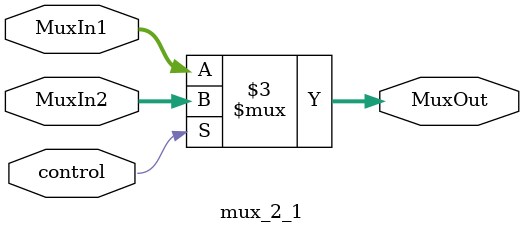
<source format=v>
`timescale 1ns/10ps

module mux_2_1 (input wire [31:0] MuxIn1, input wire [31:0] MuxIn2, input wire control, output reg [31:0] MuxOut);
 
always@(*)begin
		if (control) begin
			MuxOut[31:0] <= MuxIn2[31:0];
		end
		else begin
			MuxOut[31:0] <= MuxIn1[31:0];
		end
	end
 
endmodule
</source>
